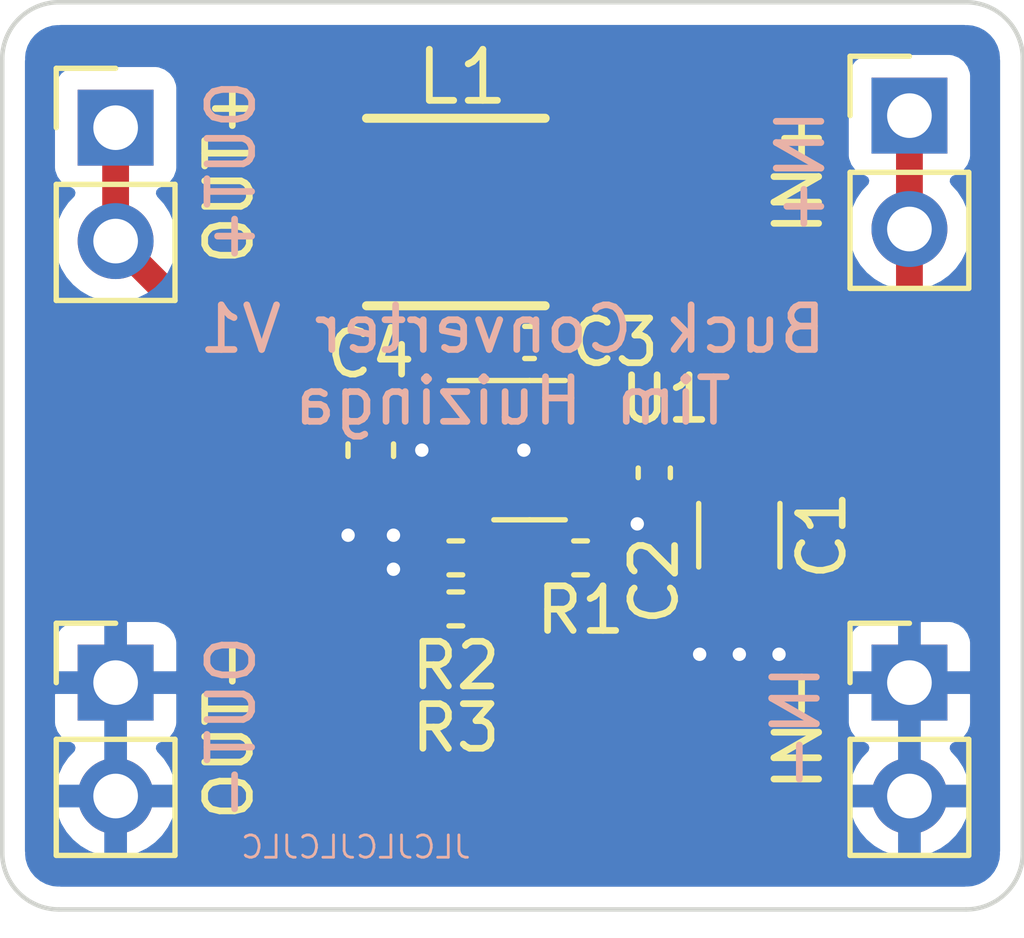
<source format=kicad_pcb>
(kicad_pcb (version 20211014) (generator pcbnew)
  (layers (0 "F.Cu" signal) (31 "B.Cu" signal) (34 "B.Paste" user) (35 "F.Paste" user) (36 "B.SilkS" user "B.Silkscreen") (37 "F.SilkS" user "F.Silkscreen") (38 "B.Mask" user) (39 "F.Mask" user) (44 "Edge.Cuts" user))
  (net 0 "")
  (net 1 "Vin")
  (net 2 "GND")
  (net 3 "Net-(C3-Pad1)")
  (net 4 "Net-(C3-Pad2)")
  (net 5 "+5V")
  (net 6 "Net-(R1-Pad2)")
  (net 7 "Net-(R2-Pad1)")
  (footprint "Connector_PinHeader_2.54mm:PinHeader_1x02_P2.54mm_Vertical" (layer "F.Cu") (at 152.4 63.5)
    (fp_text reference "J1" hide)
    (fp_text value "IN+")
    (fp_line (start -1.33 1.27) (end 1.33 1.27) (layer "F.SilkS") (width 0.12))
    (fp_line (start -1.33 0) (end -1.33 -1.33) (layer "F.SilkS") (width 0.12))
    (fp_line (start 1.33 1.27) (end 1.33 3.87) (layer "F.SilkS") (width 0.12))
    (fp_line (start -1.33 3.87) (end 1.33 3.87) (layer "F.SilkS") (width 0.12))
    (fp_line (start -1.33 1.27) (end -1.33 3.87) (layer "F.SilkS") (width 0.12))
    (fp_line (start -1.33 -1.33) (end 0 -1.33) (layer "F.SilkS") (width 0.12))
    (pad "1" thru_hole rect (at 0 0) (size 1.7 1.7) (drill 1) (layers *.Cu *.Mask) (net 1 "Vin"))
    (pad "2" thru_hole oval (at 0 2.54) (size 1.7 1.7) (drill 1) (layers *.Cu *.Mask) (net 1 "Vin"))
  )
  (footprint "Package_TO_SOT_SMD:SOT-23-6" (layer "F.Cu") (at 143.891 70.993)
    (fp_text reference "U1" (at 3.048 -1.143) (layer "F.SilkS"))
    (fp_text value "TP6841S6-A")
    (fp_line (start 0 1.56) (end 0.8 1.56) (layer "F.SilkS") (width 0.12))
    (fp_line (start 0 -1.56) (end 0.8 -1.56) (layer "F.SilkS") (width 0.12))
    (fp_line (start 0 1.56) (end -0.8 1.56) (layer "F.SilkS") (width 0.12))
    (fp_line (start 0 -1.56) (end -1.8 -1.56) (layer "F.SilkS") (width 0.12))
    (pad "1" smd roundrect (at -1.1375 -0.95) (size 1.325 0.6) (layers "F.Cu" "F.Paste" "F.Mask") (net 3 "Net-(C3-Pad1)"))
    (pad "2" smd roundrect (at -1.1375 0) (size 1.325 0.6) (layers "F.Cu" "F.Paste" "F.Mask") (net 2 "GND"))
    (pad "3" smd roundrect (at -1.1375 0.95) (size 1.325 0.6) (layers "F.Cu" "F.Paste" "F.Mask") (net 7 "Net-(R2-Pad1)"))
    (pad "4" smd roundrect (at 1.1375 0.95) (size 1.325 0.6) (layers "F.Cu" "F.Paste" "F.Mask") (net 6 "Net-(R1-Pad2)"))
    (pad "5" smd roundrect (at 1.1375 0) (size 1.325 0.6) (layers "F.Cu" "F.Paste" "F.Mask") (net 1 "Vin"))
    (pad "6" smd roundrect (at 1.1375 -0.95) (size 1.325 0.6) (layers "F.Cu" "F.Paste" "F.Mask") (net 4 "Net-(C3-Pad2)"))
  )
  (footprint "Connector_PinHeader_2.54mm:PinHeader_1x02_P2.54mm_Vertical" (layer "F.Cu") (at 134.62 63.77)
    (fp_text reference "J3" hide)
    (fp_text value "OUT+")
    (fp_line (start 1.33 1.27) (end 1.33 3.87) (layer "F.SilkS") (width 0.12))
    (fp_line (start -1.33 1.27) (end 1.33 1.27) (layer "F.SilkS") (width 0.12))
    (fp_line (start -1.33 -1.33) (end 0 -1.33) (layer "F.SilkS") (width 0.12))
    (fp_line (start -1.33 1.27) (end -1.33 3.87) (layer "F.SilkS") (width 0.12))
    (fp_line (start -1.33 3.87) (end 1.33 3.87) (layer "F.SilkS") (width 0.12))
    (fp_line (start -1.33 0) (end -1.33 -1.33) (layer "F.SilkS") (width 0.12))
    (pad "1" thru_hole rect (at 0 0) (size 1.7 1.7) (drill 1) (layers *.Cu *.Mask) (net 5 "+5V"))
    (pad "2" thru_hole oval (at 0 2.54) (size 1.7 1.7) (drill 1) (layers *.Cu *.Mask) (net 5 "+5V"))
  )
  (footprint "Resistor_SMD:R_0402_1005Metric" (layer "F.Cu") (at 145.034 73.406 180)
    (fp_text reference "R1" (at 0 -1.17) (layer "F.SilkS"))
    (fp_text value "100k")
    (fp_line (start -0.153641 -0.38) (end 0.153641 -0.38) (layer "F.SilkS") (width 0.12))
    (fp_line (start -0.153641 0.38) (end 0.153641 0.38) (layer "F.SilkS") (width 0.12))
    (pad "1" smd roundrect (at -0.51 0 180) (size 0.54 0.64) (layers "F.Cu" "F.Paste" "F.Mask") (net 1 "Vin"))
    (pad "2" smd roundrect (at 0.51 0 180) (size 0.54 0.64) (layers "F.Cu" "F.Paste" "F.Mask") (net 6 "Net-(R1-Pad2)"))
  )
  (footprint "Capacitor_SMD:C_0603_1608Metric" (layer "F.Cu") (at 140.335 70.993 -90)
    (fp_text reference "C4" (at -2.159 0 180) (layer "F.SilkS"))
    (fp_text value "22uF")
    (fp_line (start -0.14058 0.51) (end 0.14058 0.51) (layer "F.SilkS") (width 0.12))
    (fp_line (start -0.14058 -0.51) (end 0.14058 -0.51) (layer "F.SilkS") (width 0.12))
    (pad "1" smd roundrect (at -0.775 0 270) (size 0.9 0.95) (layers "F.Cu" "F.Paste" "F.Mask") (net 5 "+5V"))
    (pad "2" smd roundrect (at 0.775 0 270) (size 0.9 0.95) (layers "F.Cu" "F.Paste" "F.Mask") (net 2 "GND"))
  )
  (footprint "Connector_PinHeader_2.54mm:PinHeader_1x02_P2.54mm_Vertical" (layer "F.Cu") (at 134.62 76.2)
    (fp_text reference "J4" hide)
    (fp_text value "OUT-")
    (fp_line (start 1.33 1.27) (end 1.33 3.87) (layer "F.SilkS") (width 0.12))
    (fp_line (start -1.33 0) (end -1.33 -1.33) (layer "F.SilkS") (width 0.12))
    (fp_line (start -1.33 3.87) (end 1.33 3.87) (layer "F.SilkS") (width 0.12))
    (fp_line (start -1.33 1.27) (end 1.33 1.27) (layer "F.SilkS") (width 0.12))
    (fp_line (start -1.33 1.27) (end -1.33 3.87) (layer "F.SilkS") (width 0.12))
    (fp_line (start -1.33 -1.33) (end 0 -1.33) (layer "F.SilkS") (width 0.12))
    (pad "1" thru_hole rect (at 0 0) (size 1.7 1.7) (drill 1) (layers *.Cu *.Mask) (net 2 "GND"))
    (pad "2" thru_hole oval (at 0 2.54) (size 1.7 1.7) (drill 1) (layers *.Cu *.Mask) (net 2 "GND"))
  )
  (footprint "Capacitor_SMD:C_1206_3216Metric" (layer "F.Cu") (at 148.59 72.898 -90)
    (fp_text reference "C1" (at 0 -1.85 90) (layer "F.SilkS"))
    (fp_text value "22u")
    (fp_line (start -0.711252 0.91) (end 0.711252 0.91) (layer "F.SilkS") (width 0.12))
    (fp_line (start -0.711252 -0.91) (end 0.711252 -0.91) (layer "F.SilkS") (width 0.12))
    (pad "1" smd roundrect (at -1.475 0 270) (size 1.15 1.8) (layers "F.Cu" "F.Paste" "F.Mask") (roundrect_rratio 0.217391) (net 1 "Vin"))
    (pad "2" smd roundrect (at 1.475 0 270) (size 1.15 1.8) (layers "F.Cu" "F.Paste" "F.Mask") (roundrect_rratio 0.217391) (net 2 "GND"))
  )
  (footprint "Resistor_SMD:R_0402_1005Metric" (layer "F.Cu") (at 142.24 73.406 180)
    (fp_text reference "R2" (at 0 -2.413) (layer "F.SilkS"))
    (fp_text value "24k")
    (fp_line (start -0.153641 0.38) (end 0.153641 0.38) (layer "F.SilkS") (width 0.12))
    (fp_line (start -0.153641 -0.38) (end 0.153641 -0.38) (layer "F.SilkS") (width 0.12))
    (pad "1" smd roundrect (at -0.51 0 180) (size 0.54 0.64) (layers "F.Cu" "F.Paste" "F.Mask") (net 7 "Net-(R2-Pad1)"))
    (pad "2" smd roundrect (at 0.51 0 180) (size 0.54 0.64) (layers "F.Cu" "F.Paste" "F.Mask") (net 2 "GND"))
  )
  (footprint "Capacitor_SMD:C_0402_1005Metric" (layer "F.Cu") (at 143.891 68.58)
    (fp_text reference "C3" (at 1.905 0) (layer "F.SilkS"))
    (fp_text value "100n")
    (fp_line (start -0.107836 -0.36) (end 0.107836 -0.36) (layer "F.SilkS") (width 0.12))
    (fp_line (start -0.107836 0.36) (end 0.107836 0.36) (layer "F.SilkS") (width 0.12))
    (pad "1" smd roundrect (at -0.48 0) (size 0.56 0.62) (layers "F.Cu" "F.Paste" "F.Mask") (net 3 "Net-(C3-Pad1)"))
    (pad "2" smd roundrect (at 0.48 0) (size 0.56 0.62) (layers "F.Cu" "F.Paste" "F.Mask") (net 4 "Net-(C3-Pad2)"))
  )
  (footprint "Connector_PinHeader_2.54mm:PinHeader_1x02_P2.54mm_Vertical" (layer "F.Cu") (at 152.4 76.2)
    (fp_text reference "J2" hide)
    (fp_text value "IN-")
    (fp_line (start -1.33 -1.33) (end 0 -1.33) (layer "F.SilkS") (width 0.12))
    (fp_line (start -1.33 0) (end -1.33 -1.33) (layer "F.SilkS") (width 0.12))
    (fp_line (start -1.33 3.87) (end 1.33 3.87) (layer "F.SilkS") (width 0.12))
    (fp_line (start 1.33 1.27) (end 1.33 3.87) (layer "F.SilkS") (width 0.12))
    (fp_line (start -1.33 1.27) (end 1.33 1.27) (layer "F.SilkS") (width 0.12))
    (fp_line (start -1.33 1.27) (end -1.33 3.87) (layer "F.SilkS") (width 0.12))
    (pad "1" thru_hole rect (at 0 0) (size 1.7 1.7) (drill 1) (layers *.Cu *.Mask) (net 2 "GND"))
    (pad "2" thru_hole oval (at 0 2.54) (size 1.7 1.7) (drill 1) (layers *.Cu *.Mask) (net 2 "GND"))
  )
  (footprint "Capacitor_SMD:C_0402_1005Metric" (layer "F.Cu") (at 146.685 71.501 90)
    (fp_text reference "C2" (at -2.413 0 90) (layer "F.SilkS"))
    (fp_text value "100n")
    (fp_line (start -0.107836 -0.36) (end 0.107836 -0.36) (layer "F.SilkS") (width 0.12))
    (fp_line (start -0.107836 0.36) (end 0.107836 0.36) (layer "F.SilkS") (width 0.12))
    (pad "1" smd roundrect (at -0.48 0 90) (size 0.56 0.62) (layers "F.Cu" "F.Paste" "F.Mask") (net 2 "GND"))
    (pad "2" smd roundrect (at 0.48 0 90) (size 0.56 0.62) (layers "F.Cu" "F.Paste" "F.Mask") (net 1 "Vin"))
  )
  (footprint "custom:IND-SMD_L4.0-W4.0_FNR40XXS" (layer "F.Cu") (at 142.24 65.659 180)
    (fp_text reference "L1" (at 0.9652 3.0226 180) (layer "F.SilkS") (effects (font (size 1.143 1.143) (thickness 0.152)) (justify left)))
    (fp_text value "75u" hide)
    (fp_line (start -2 2.1) (end 2 2.1) (layer "F.SilkS") (width 0.203))
    (fp_line (start -2 -2.1) (end 2 -2.1) (layer "F.SilkS") (width 0.203))
    (pad "1" smd rect (at -1.5 0 180) (size 1.6 3.9) (layers "F.Cu" "F.Paste" "F.Mask") (net 4 "Net-(C3-Pad2)"))
    (pad "2" smd rect (at 1.5 0 180) (size 1.6 3.9) (layers "F.Cu" "F.Paste" "F.Mask") (net 5 "+5V"))
  )
  (footprint "Resistor_SMD:R_0402_1005Metric" (layer "F.Cu") (at 142.24 74.549 180)
    (fp_text reference "R3" (at 0 -2.667) (layer "F.SilkS"))
    (fp_text value "120k")
    (fp_line (start -0.153641 -0.38) (end 0.153641 -0.38) (layer "F.SilkS") (width 0.12))
    (fp_line (start -0.153641 0.38) (end 0.153641 0.38) (layer "F.SilkS") (width 0.12))
    (pad "1" smd roundrect (at -0.51 0 180) (size 0.54 0.64) (layers "F.Cu" "F.Paste" "F.Mask") (net 7 "Net-(R2-Pad1)"))
    (pad "2" smd roundrect (at 0.51 0 180) (size 0.54 0.64) (layers "F.Cu" "F.Paste" "F.Mask") (net 5 "+5V"))
  )
  (gr_line (start 132.08 62.23) (end 132.08 80.01) (layer "Edge.Cuts") (width 0.1))
  (gr_line (start 133.35 81.28) (end 153.67 81.28) (layer "Edge.Cuts") (width 0.1))
  (gr_arc (start 132.08 62.23) (mid 132.451974 61.331974) (end 133.35 60.96) (layer "Edge.Cuts") (width 0.1))
  (gr_arc (start 154.94 80.01) (mid 154.568026 80.908026) (end 153.67 81.28) (layer "Edge.Cuts") (width 0.1))
  (gr_arc (start 153.67 60.96) (mid 154.568026 61.331974) (end 154.94 62.23) (layer "Edge.Cuts") (width 0.1))
  (gr_arc (start 133.35 81.28) (mid 132.451974 80.908026) (end 132.08 80.01) (layer "Edge.Cuts") (width 0.1))
  (gr_line (start 153.67 60.96) (end 133.35 60.96) (layer "Edge.Cuts") (width 0.1))
  (gr_line (start 154.94 80.01) (end 154.94 62.23) (layer "Edge.Cuts") (width 0.1))
  (gr_text "IN+" (at 149.9616 64.77 90) (layer "B.SilkS") (effects (font (size 1 1)) (justify mirror)))
  (gr_text "OUT+" (at 137.2108 64.77 90) (layer "B.SilkS") (effects (font (size 1 1)) (justify mirror)))
  (gr_text "JLCJLCJLCJLC" (at 140 79.883) (layer "B.SilkS") (effects (font (size 0.5 0.5) (thickness 0.0625)) (justify mirror)))
  (gr_text "OUT-" (at 137.2108 77.216 90) (layer "B.SilkS") (effects (font (size 1 1)) (justify mirror)))
  (gr_text "Buck Converter V1\nTim Huizinga" (at 143.51 69.088) (layer "B.SilkS") (effects (font (size 1 1)) (justify mirror)))
  (gr_text "IN-" (at 149.86 77.216 90) (layer "B.SilkS") (effects (font (size 1 1)) (justify mirror)))
  (gr_text "IN-" (at 149.9108 77.216 90) (layer "F.SilkS") (effects (font (size 1 1))))
  (gr_text "IN+" (at 149.9108 64.77 90) (layer "F.SilkS") (effects (font (size 1 1))))
  (gr_text "OUT+" (at 137.16 64.77 90) (layer "F.SilkS") (effects (font (size 1 1))))
  (gr_text "OUT-" (at 137.16 77.216 90) (layer "F.SilkS") (effects (font (size 1 1))))
  (segment (start 148.59 71.423) (end 146.607 73.406) (width 0.25) (layer "F.Cu") (net 1))
  (segment (start 146.685 71.021) (end 145.0565 71.021) (width 0.6) (layer "F.Cu") (net 1))
  (segment (start 148.59 71.423) (end 152.4 67.613) (width 0.6) (layer "F.Cu") (net 1))
  (segment (start 148.188 71.021) (end 146.685 71.021) (width 0.6) (layer "F.Cu") (net 1))
  (segment (start 146.607 73.406) (end 145.544 73.406) (width 0.25) (layer "F.Cu") (net 1))
  (segment (start 152.4 67.613) (end 152.4 66.04) (width 0.6) (layer "F.Cu") (net 1))
  (segment (start 145.0565 71.021) (end 145.0285 70.993) (width 0.6) (layer "F.Cu") (net 1))
  (segment (start 148.59 71.423) (end 148.188 71.021) (width 0.6) (layer "F.Cu") (net 1))
  (segment (start 152.4 63.5) (end 152.4 66.04) (width 0.6) (layer "F.Cu") (net 1))
  (segment (start 146.685 71.981) (end 146.685 72.263) (width 0.6) (layer "F.Cu") (net 2))
  (segment (start 146.685 72.263) (end 146.304 72.644) (width 0.6) (layer "F.Cu") (net 2))
  (segment (start 146.685 71.981) (end 146.685 72.009) (width 0.25) (layer "F.Cu") (net 2))
  (via (at 146.304 72.644) (size 0.6) (drill 0.3) (layers "F.Cu" "B.Cu") (net 2))
  (via (at 148.59 75.565) (size 0.6) (drill 0.3) (layers "F.Cu" "B.Cu") (net 2))
  (via (at 149.479 75.565) (size 0.6) (drill 0.3) (layers "F.Cu" "B.Cu") (net 2))
  (via (at 143.764 70.993) (size 0.6) (drill 0.3) (layers "F.Cu" "B.Cu") (net 2))
  (via (at 140.843 73.66) (size 0.6) (drill 0.3) (layers "F.Cu" "B.Cu") (net 2))
  (via (at 139.827 72.898) (size 0.6) (drill 0.3) (layers "F.Cu" "B.Cu") (net 2))
  (via (at 147.701 75.565) (size 0.6) (drill 0.3) (layers "F.Cu" "B.Cu") (net 2))
  (via (at 140.843 72.898) (size 0.6) (drill 0.3) (layers "F.Cu" "B.Cu") (net 2))
  (via (at 141.478 70.993) (size 0.6) (drill 0.3) (layers "F.Cu" "B.Cu") (net 2))
  (segment (start 143.411 68.58) (end 143.129 68.58) (width 0.6) (layer "F.Cu") (net 3))
  (segment (start 142.7535 68.9555) (end 142.7535 70.043) (width 0.6) (layer "F.Cu") (net 3))
  (segment (start 143.129 68.58) (end 142.7535 68.9555) (width 0.6) (layer "F.Cu") (net 3))
  (segment (start 145.0285 69.2375) (end 144.371 68.58) (width 0.6) (layer "F.Cu") (net 4))
  (segment (start 144.371 68.58) (end 144.371 66.29) (width 0.6) (layer "F.Cu") (net 4))
  (segment (start 145.0285 70.043) (end 145.0285 69.2375) (width 0.6) (layer "F.Cu") (net 4))
  (segment (start 144.371 66.29) (end 143.74 65.659) (width 0.6) (layer "F.Cu") (net 4))
  (segment (start 138.528 70.218) (end 140.335 70.218) (width 0.6) (layer "F.Cu") (net 5))
  (segment (start 138.528 70.218) (end 134.62 66.31) (width 0.6) (layer "F.Cu") (net 5))
  (segment (start 138.528 70.218) (end 138.528 73.631) (width 0.25) (layer "F.Cu") (net 5))
  (segment (start 139.446 74.549) (end 141.73 74.549) (width 0.25) (layer "F.Cu") (net 5))
  (segment (start 138.528 73.631) (end 139.446 74.549) (width 0.25) (layer "F.Cu") (net 5))
  (segment (start 134.62 66.31) (end 134.62 63.77) (width 0.6) (layer "F.Cu") (net 5))
  (segment (start 144.524 73.406) (end 144.524 72.4475) (width 0.25) (layer "F.Cu") (net 6))
  (segment (start 144.524 72.4475) (end 145.0285 71.943) (width 0.25) (layer "F.Cu") (net 6))
  (segment (start 142.748 73.406) (end 142.748 71.9465) (width 0.25) (layer "F.Cu") (net 7))
  (segment (start 142.748 74.549) (end 142.748 73.406) (width 0.25) (layer "F.Cu") (net 7))
  (segment (start 142.75 71.9465) (end 142.7535 71.943) (width 0.25) (layer "F.Cu") (net 7))
  (segment (start 142.75 73.406) (end 142.748 73.406) (width 0.6) (layer "F.Cu") (net 7))
  (zone (net 5) (net_name "+5V") (layer "F.Cu") (connect_pads yes (clearance 0.254)) (min_thickness 0.254) (fill yes (thermal_gap 0.508) (thermal_bridge_width 0.508))
    (polygon (pts (xy 142.113 63.5) (xy 142.113 67.945) (xy 141.097 68.961) (xy 141.097 70.485) (xy 140.716 70.866) (xy 139.573 70.866) (xy 139.319 70.612) (xy 139.319 63.5) (xy 139.827 62.992) (xy 141.605 62.992)))
  )
  (zone (net 2) (net_name "GND") (layer "F.Cu") (connect_pads yes (clearance 0.254)) (min_thickness 0.254) (fill yes (thermal_gap 0.508) (thermal_bridge_width 0.508))
    (polygon (pts (xy 144.145 70.866) (xy 144.145 71.12) (xy 143.764 71.501) (xy 141.986 71.501) (xy 141.732 71.755) (xy 141.732 72.644) (xy 142.24 73.152) (xy 142.24 73.66) (xy 141.859 74.041) (xy 140.462 74.041) (xy 139.319 72.898) (xy 139.319 71.628) (xy 139.827 71.12) (xy 140.843 71.12) (xy 141.478 70.485) (xy 143.764 70.485)))
  )
  (zone (net 2) (net_name "GND") (layer "F.Cu") (connect_pads yes (clearance 0.254)) (min_thickness 0.254) (fill yes (thermal_gap 0.508) (thermal_bridge_width 0.508))
    (polygon (pts (xy 149.86 73.914) (xy 149.86 75.819) (xy 149.606 76.073) (xy 147.574 76.073) (xy 147.32 75.819) (xy 147.32 73.914) (xy 147.701 73.533) (xy 149.479 73.533)))
  )
  (zone (net 2) (net_name "GND") (layer "B.Cu") (connect_pads (clearance 0.508)) (min_thickness 0.254) (fill yes (thermal_gap 0.508) (thermal_bridge_width 0.508))
    (polygon (pts (xy 154.94 81.28) (xy 132.08 81.28) (xy 132.08 60.96) (xy 154.94 60.96)))
  )
)
</source>
